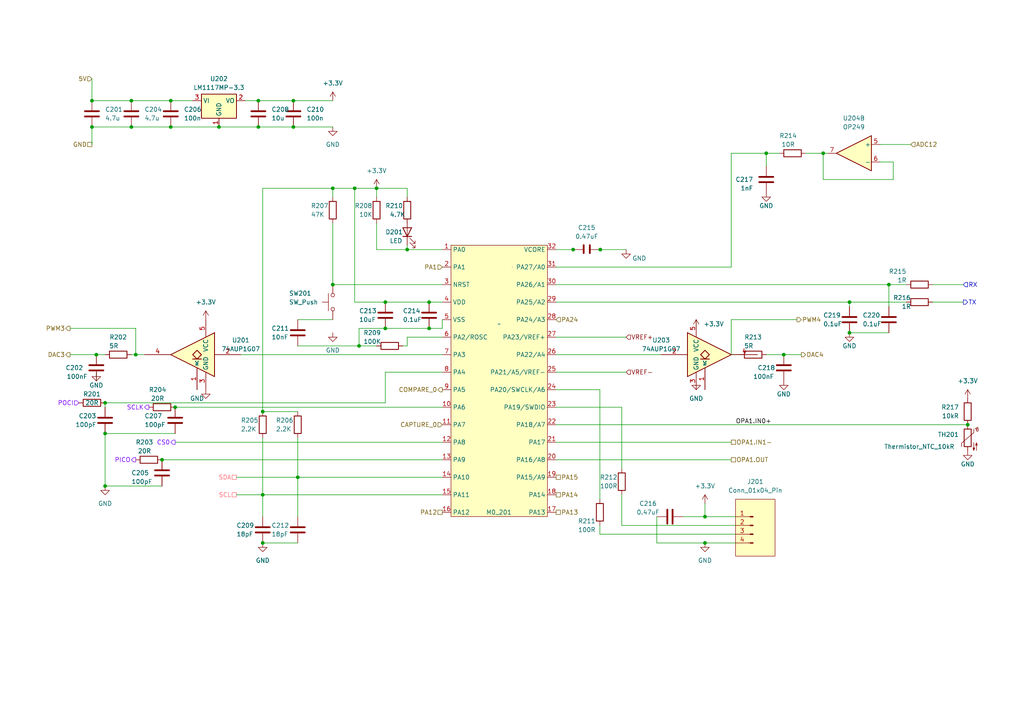
<source format=kicad_sch>
(kicad_sch (version 20230121) (generator eeschema)
  (paper "A4")
  (lib_symbols
    (symbol "00_Myself_Library:Conn_01x04_Pin" (pin_names (offset 1.016) hide)
      (property "Reference" "J201" (at 0.635 7.62 0))
      (property "Value" "Conn_01x04_Pin" (at 0.635 5.08 0))
      (symbol "Conn_01x04_Pin_1_1"
        (rectangle (start -6.35 7.62) (end 5.08 -8.89) (fill (type background)))
        (polyline (pts (xy 1.27 -5.08) (xy 0.8636 -5.08)) (stroke (width 0.1524)))
        (polyline (pts (xy 1.27 -2.54) (xy 0.8636 -2.54)) (stroke (width 0.1524)))
        (polyline (pts (xy 1.27 0) (xy 0.8636 0)) (stroke (width 0.1524)))
        (polyline (pts (xy 1.27 2.54) (xy 0.8636 2.54)) (stroke (width 0.1524)))
        (rectangle (start 0.8636 -4.953) (end 0 -5.207) (stroke (width 0.1524)) (fill (type outline)))
        (rectangle (start 0.8636 -2.413) (end 0 -2.667) (stroke (width 0.1524)) (fill (type outline)))
        (rectangle (start 0.8636 0.127) (end 0 -0.127) (stroke (width 0.1524)) (fill (type outline)))
        (rectangle (start 0.8636 2.667) (end 0 2.413) (stroke (width 0.1524)) (fill (type outline)))
        (pin passive line (at 5.08 2.54 180) (length 3.81) (name "Pin_1") (number "1"))
        (pin passive line (at 5.08 0 180) (length 3.81) (name "Pin_2") (number "2"))
        (pin passive line (at 5.08 -2.54 180) (length 3.81) (name "Pin_3") (number "3"))
        (pin passive line (at 5.08 -5.08 180) (length 3.81) (name "Pin_4") (number "4"))
      )
    )
    (symbol "74xGxx:74AUP1G07"
      (property "Reference" "U" (at -2.54 3.81 0))
      (property "Value" "74AUP1G07" (at 0 -3.81 0))
      (symbol "74AUP1G07_0_1"
        (polyline (pts (xy -3.81 -1.27) (xy -1.27 -1.27)) (stroke (width 0.254)) (fill (type background)))
        (polyline (pts (xy -7.62 6.35) (xy -7.62 -6.35) (xy 5.08 0) (xy -7.62 6.35)) (stroke (width 0.254)) (fill (type background)))
        (polyline (pts (xy -2.54 1.27) (xy -3.81 0) (xy -2.54 -1.27) (xy -1.27 0) (xy -2.54 1.27)) (stroke (width 0.254)) (fill (type background)))
      )
      (symbol "74AUP1G07_1_1"
        (pin free line (at -2.54 -10.16 90) (length 6.35) (name "NC") (number "1"))
        (pin input line (at -15.24 0 0) (length 7.62) (name "~") (number "2"))
        (pin power_in line (at -5.08 -10.16 90) (length 5.08) (name "GND") (number "3"))
        (pin open_collector line (at 12.7 0 180) (length 7.62) (name "~") (number "4"))
        (pin power_in line (at -5.08 10.16 270) (length 5.08) (name "VCC") (number "5"))
      )
    )
    (symbol "Amplifier_Operational:OP249" (pin_names (offset 0.127))
      (property "Reference" "U" (at 0 5.08 0))
      (property "Value" "OP249" (at 0 -5.08 0))
      (symbol "OP249_1_1"
        (polyline (pts (xy -5.08 5.08) (xy 5.08 0) (xy -5.08 -5.08) (xy -5.08 5.08)) (stroke (width 0.254)) (fill (type background)))
        (pin output line (at 7.62 0 180) (length 2.54) (name "~") (number "1"))
        (pin input line (at -7.62 -2.54 0) (length 2.54) (name "-") (number "2"))
        (pin input line (at -7.62 2.54 0) (length 2.54) (name "+") (number "3"))
      )
      (symbol "OP249_2_1"
        (polyline (pts (xy -5.08 5.08) (xy 5.08 0) (xy -5.08 -5.08) (xy -5.08 5.08)) (stroke (width 0.254)) (fill (type background)))
        (pin input line (at -7.62 2.54 0) (length 2.54) (name "+") (number "5"))
        (pin input line (at -7.62 -2.54 0) (length 2.54) (name "-") (number "6"))
        (pin output line (at 7.62 0 180) (length 2.54) (name "~") (number "7"))
      )
      (symbol "OP249_3_1"
        (pin power_in line (at -2.54 -7.62 90) (length 3.81) (name "V-") (number "4"))
        (pin power_in line (at -2.54 7.62 270) (length 3.81) (name "V+") (number "8"))
      )
    )
    (symbol "C_0805_0.47uF_1" (pin_numbers hide) (pin_names (offset 0.002) hide)
      (property "Reference" "C" (at -3.048 4.191 0))
      (property "Value" "0.47uF" (at -3.048 2.286 0))
      (symbol "C_0805_0.47uF_1_0_1"
        (polyline (pts (xy -0.889 -1.016) (xy -0.889 1.27)) (stroke (width 0.508)))
        (polyline (pts (xy 0.889 -1.016) (xy 0.889 1.27)) (stroke (width 0.508)))
      )
      (symbol "C_0805_0.47uF_1_1_1"
        (pin passive line (at -3.937 0 0) (length 2.794) (name "~") (number "1"))
        (pin passive line (at 3.937 0 180) (length 2.794) (name "~") (number "2"))
      )
    )
    (symbol "Device:C" (pin_numbers hide) (pin_names (offset 0.254))
      (property "Reference" "C" (at 0.635 2.54 0))
      (property "Value" "C" (at 0.635 -2.54 0))
      (symbol "C_0_1"
        (polyline (pts (xy -2.032 -0.762) (xy 2.032 -0.762)) (stroke (width 0.508)))
        (polyline (pts (xy -2.032 0.762) (xy 2.032 0.762)) (stroke (width 0.508)))
      )
      (symbol "C_1_1"
        (pin passive line (at 0 3.81 270) (length 2.794) (name "~") (number "1"))
        (pin passive line (at 0 -3.81 90) (length 2.794) (name "~") (number "2"))
      )
    )
    (symbol "Device:LED" (pin_numbers hide) (pin_names (offset 1.016) hide)
      (property "Reference" "D" (at 0 2.54 0))
      (property "Value" "LED" (at 0 -2.54 0))
      (symbol "LED_0_1"
        (polyline (pts (xy -1.27 -1.27) (xy -1.27 1.27)) (stroke (width 0.254)))
        (polyline (pts (xy -1.27 0) (xy 1.27 0)))
        (polyline (pts (xy 1.27 -1.27) (xy 1.27 1.27) (xy -1.27 0) (xy 1.27 -1.27)) (stroke (width 0.254)))
        (polyline (pts (xy -3.048 -0.762) (xy -4.572 -2.286) (xy -3.81 -2.286) (xy -4.572 -2.286) (xy -4.572 -1.524)))
        (polyline (pts (xy -1.778 -0.762) (xy -3.302 -2.286) (xy -2.54 -2.286) (xy -3.302 -2.286) (xy -3.302 -1.524)))
      )
      (symbol "LED_1_1"
        (pin passive line (at -3.81 0 0) (length 2.54) (name "K") (number "1"))
        (pin passive line (at 3.81 0 180) (length 2.54) (name "A") (number "2"))
      )
    )
    (symbol "Device:R" (pin_numbers hide) (pin_names (offset 0))
      (property "Reference" "R" (at 2.032 0 90))
      (property "Value" "R" (at 0 0 90))
      (symbol "R_0_1"
        (rectangle (start -1.016 -2.54) (end 1.016 2.54) (stroke (width 0.254)))
      )
      (symbol "R_1_1"
        (pin passive line (at 0 3.81 270) (length 1.27) (name "~") (number "1"))
        (pin passive line (at 0 -3.81 90) (length 1.27) (name "~") (number "2"))
      )
    )
    (symbol "Device:Thermistor_NTC" (pin_numbers hide) (pin_names (offset 0))
      (property "Reference" "TH" (at -4.445 0 90))
      (property "Value" "Thermistor_NTC" (at 3.175 0 90))
      (symbol "Thermistor_NTC_0_1"
        (arc (start -3.048 2.159) (mid -3.0495 2.3143) (end -3.175 2.413))
        (arc (start -3.048 2.159) (mid -2.9736 1.9794) (end -2.794 1.905))
        (arc (start -3.048 2.794) (mid -2.9736 2.6144) (end -2.794 2.54))
        (arc (start -2.794 1.905) (mid -2.6144 1.9794) (end -2.54 2.159))
        (arc (start -2.794 2.54) (mid -2.4393 2.5587) (end -2.159 2.794))
        (arc (start -2.794 3.048) (mid -2.9736 2.9736) (end -3.048 2.794))
        (arc (start -2.54 2.794) (mid -2.6144 2.9736) (end -2.794 3.048))
        (rectangle (start -1.016 2.54) (end 1.016 -2.54) (stroke (width 0.254)))
        (polyline (pts (xy -2.54 2.159) (xy -2.54 2.794)))
        (polyline (pts (xy -1.778 2.54) (xy -1.778 1.524) (xy 1.778 -1.524) (xy 1.778 -2.54)))
        (polyline (pts (xy -2.54 -3.683) (xy -2.54 -1.397) (xy -2.794 -2.159) (xy -2.286 -2.159) (xy -2.54 -1.397) (xy -2.54 -1.651)) (fill (type outline)))
        (polyline (pts (xy -1.778 -1.397) (xy -1.778 -3.683) (xy -2.032 -2.921) (xy -1.524 -2.921) (xy -1.778 -3.683) (xy -1.778 -3.429)) (fill (type outline)))
      )
      (symbol "Thermistor_NTC_1_1"
        (pin passive line (at 0 3.81 270) (length 1.27) (name "~") (number "1"))
        (pin passive line (at 0 -3.81 90) (length 1.27) (name "~") (number "2"))
      )
    )
    (symbol "Regulator_Linear:LM1117MP-3.3"
      (property "Reference" "U" (at -3.81 3.175 0))
      (property "Value" "LM1117MP-3.3" (at 0 3.175 0))
      (symbol "LM1117MP-3.3_0_1"
        (rectangle (start -5.08 -5.08) (end 5.08 1.905) (stroke (width 0.254)) (fill (type background)))
      )
      (symbol "LM1117MP-3.3_1_1"
        (pin power_in line (at 0 -7.62 90) (length 2.54) (name "GND") (number "1"))
        (pin power_out line (at 7.62 0 180) (length 2.54) (name "VO") (number "2"))
        (pin power_in line (at -7.62 0 0) (length 2.54) (name "VI") (number "3"))
      )
    )
    (symbol "Switch:SW_Push" (pin_numbers hide) (pin_names (offset 1.016) hide)
      (property "Reference" "SW" (at 1.27 2.54 0))
      (property "Value" "SW_Push" (at 0 -1.524 0))
      (symbol "SW_Push_0_1"
        (circle (center -2.032 0) (radius 0.508))
        (polyline (pts (xy 0 1.27) (xy 0 3.048)))
        (polyline (pts (xy 2.54 1.27) (xy -2.54 1.27)))
        (circle (center 2.032 0) (radius 0.508))
        (pin passive line (at -5.08 0 0) (length 2.54) (name "1") (number "1"))
        (pin passive line (at 5.08 0 180) (length 2.54) (name "2") (number "2"))
      )
    )
    (symbol "TI_M01306_1"
      (property "Reference" "M0_1306" (at -3.81 -54.61 0))
      (property "Value" "~" (at 0 0 0))
      (symbol "TI_M01306_1_0_1"
        (rectangle (start 3.81 16.51) (end 3.81 16.51))
      )
      (symbol "TI_M01306_1_1_1"
        (rectangle (start -13.97 22.86) (end 13.97 -55.88) (fill (type background)))
        (pin input line (at -16.51 21.59 0) (length 2.54) (name "PA0") (number "1"))
        (pin input line (at -16.51 -24.13 0) (length 2.54) (name "PA6") (number "10"))
        (pin input line (at -16.51 -29.21 0) (length 2.54) (name "PA7") (number "11"))
        (pin input line (at -16.51 -34.29 0) (length 2.54) (name "PA8") (number "12"))
        (pin input line (at -16.51 -39.37 0) (length 2.54) (name "PA9") (number "13"))
        (pin input line (at -16.51 -44.45 0) (length 2.54) (name "PA10") (number "14"))
        (pin input line (at -16.51 -49.53 0) (length 2.54) (name "PA11") (number "15"))
        (pin input line (at -16.51 -54.61 0) (length 2.54) (name "PA12") (number "16"))
        (pin input line (at 16.51 -54.61 180) (length 2.54) (name "PA13") (number "17"))
        (pin input line (at 16.51 -49.53 180) (length 2.54) (name "PA14") (number "18"))
        (pin input line (at 16.51 -44.45 180) (length 2.54) (name "PA15/A9") (number "19"))
        (pin input line (at -16.51 16.51 0) (length 2.54) (name "PA1") (number "2"))
        (pin input line (at 16.51 -39.37 180) (length 2.54) (name "PA16/A8") (number "20"))
        (pin input line (at 16.51 -34.29 180) (length 2.54) (name "PA17") (number "21"))
        (pin input line (at 16.51 -29.21 180) (length 2.54) (name "PA18/A7") (number "22"))
        (pin input line (at 16.51 -24.13 180) (length 2.54) (name "PA19/SWDIO") (number "23"))
        (pin input line (at 16.51 -19.05 180) (length 2.54) (name "PA20/SWCLK/A6") (number "24"))
        (pin input line (at 16.51 -13.97 180) (length 2.54) (name "PA21/A5/VREF-") (number "25"))
        (pin input line (at 16.51 -8.89 180) (length 2.54) (name "PA22/A4") (number "26"))
        (pin input line (at 16.51 -3.81 180) (length 2.54) (name "PA23/VREF+") (number "27"))
        (pin input line (at 16.51 1.27 180) (length 2.54) (name "PA24/A3") (number "28"))
        (pin input line (at 16.51 6.35 180) (length 2.54) (name "PA25/A2") (number "29"))
        (pin input line (at -16.51 11.43 0) (length 2.54) (name "NRST") (number "3"))
        (pin input line (at 16.51 11.43 180) (length 2.54) (name "PA26/A1") (number "30"))
        (pin input line (at 16.51 16.51 180) (length 2.54) (name "PA27/A0") (number "31"))
        (pin input line (at 16.51 21.59 180) (length 2.54) (name "VCORE") (number "32"))
        (pin input line (at -16.51 6.35 0) (length 2.54) (name "VDD") (number "4"))
        (pin input line (at -16.51 1.27 0) (length 2.54) (name "VSS") (number "5"))
        (pin input line (at -16.51 -3.81 0) (length 2.54) (name "PA2/ROSC") (number "6"))
        (pin input line (at -16.51 -8.89 0) (length 2.54) (name "PA3") (number "7"))
        (pin input line (at -16.51 -13.97 0) (length 2.54) (name "PA4") (number "8"))
        (pin input line (at -16.51 -19.05 0) (length 2.54) (name "PA5") (number "9"))
      )
    )
    (symbol "power:+3.3V" (power) (pin_names (offset 0))
      (property "Value" "+3.3V" (at 0 3.556 0))
      (symbol "+3.3V_0_1"
        (polyline (pts (xy -0.762 1.27) (xy 0 2.54)))
        (polyline (pts (xy 0 0) (xy 0 2.54)))
        (polyline (pts (xy 0 2.54) (xy 0.762 1.27)))
      )
      (symbol "+3.3V_1_1"
        (pin power_in line (at 0 0 90) (length 0) hide (name "+3.3V") (number "1"))
      )
    )
    (symbol "power:GND" (power) (pin_names (offset 0))
      (property "Value" "GND" (at 0 -3.81 0))
      (symbol "GND_0_1"
        (polyline (pts (xy 0 0) (xy 0 -1.27) (xy 1.27 -1.27) (xy 0 -2.54) (xy -1.27 -1.27) (xy 0 -1.27)))
      )
      (symbol "GND_1_1"
        (pin power_in line (at 0 0 270) (length 0) hide (name "GND") (number "1"))
      )
    )
  )
  (junction (at 86.36 138.43))
  (junction (at 96.52 82.55))
  (junction (at 257.81 82.55))
  (junction (at 74.93 36.83))
  (junction (at 204.47 157.48))
  (junction (at 111.76 87.63))
  (junction (at 222.25 44.45))
  (junction (at 174.117 72.39))
  (junction (at 111.76 95.25))
  (junction (at 49.53 29.21))
  (junction (at 85.09 29.21))
  (junction (at 50.8 118.11))
  (junction (at 27.94 102.87))
  (junction (at 30.48 116.84))
  (junction (at 26.67 36.83))
  (junction (at 39.37 102.87))
  (junction (at 63.5 36.83))
  (junction (at 30.48 140.97))
  (junction (at 227.33 102.87))
  (junction (at 124.46 95.25))
  (junction (at 96.52 54.61))
  (junction (at 246.38 96.52))
  (junction (at 238.76 44.45))
  (junction (at 85.09 36.83))
  (junction (at 76.2 157.48))
  (junction (at 109.22 54.61))
  (junction (at 166.243 72.39))
  (junction (at 76.2 143.51))
  (junction (at 74.93 29.21))
  (junction (at 102.87 54.61))
  (junction (at 26.67 29.21))
  (junction (at 246.38 87.63))
  (junction (at 49.53 36.83))
  (junction (at 30.48 125.73))
  (junction (at 46.99 133.35))
  (junction (at 38.1 29.21))
  (junction (at 124.46 87.63))
  (junction (at 118.11 72.39))
  (junction (at 38.1 36.83))
  (junction (at 204.47 149.86))
  (junction (at 280.67 123.19))
  (junction (at 76.2 119.38))
  (junction (at 104.14 100.33))
  (wire (pts (xy 86.36 127) (xy 86.36 138.43)))
  (wire (pts (xy 173.99 154.94) (xy 173.99 152.4)))
  (wire (pts (xy 161.29 128.27) (xy 212.09 128.27)))
  (wire (pts (xy 128.27 95.25) (xy 128.27 92.71)))
  (wire (pts (xy 161.29 113.03) (xy 173.99 113.03)))
  (wire (pts (xy 161.29 87.63) (xy 246.38 87.63)))
  (wire (pts (xy 27.94 110.49) (xy 27.94 107.95)))
  (wire (pts (xy 76.2 54.61) (xy 96.52 54.61)))
  (wire (pts (xy 173.99 154.94) (xy 213.36 154.94)))
  (wire (pts (xy 71.12 29.21) (xy 74.93 29.21)))
  (wire (pts (xy 76.2 143.51) (xy 68.58 143.51)))
  (wire (pts (xy 257.81 82.55) (xy 257.81 88.9)))
  (wire (pts (xy 255.27 46.99) (xy 259.08 46.99)))
  (wire (pts (xy 30.48 116.84) (xy 111.76 116.84)))
  (wire (pts (xy 68.58 138.43) (xy 86.36 138.43)))
  (wire (pts (xy 190.5 149.86) (xy 190.5 157.48)))
  (wire (pts (xy 86.36 149.86) (xy 86.36 138.43)))
  (wire (pts (xy 212.09 77.47) (xy 161.29 77.47)))
  (wire (pts (xy 46.99 133.35) (xy 128.27 133.35)))
  (wire (pts (xy 173.99 144.78) (xy 173.99 113.03)))
  (wire (pts (xy 270.51 82.55) (xy 279.4 82.55)))
  (wire (pts (xy 204.47 157.48) (xy 213.36 157.48)))
  (wire (pts (xy 212.09 92.71) (xy 212.09 102.87)))
  (wire (pts (xy 86.36 92.71) (xy 96.52 92.71)))
  (wire (pts (xy 212.09 44.45) (xy 222.25 44.45)))
  (wire (pts (xy 96.52 54.61) (xy 96.52 57.15)))
  (wire (pts (xy 180.34 152.4) (xy 180.34 143.51)))
  (wire (pts (xy 116.84 100.33) (xy 118.11 100.33)))
  (wire (pts (xy 181.61 97.79) (xy 161.29 97.79)))
  (wire (pts (xy 109.22 100.33) (xy 104.14 100.33)))
  (wire (pts (xy 96.52 82.55) (xy 128.27 82.55)))
  (wire (pts (xy 174.117 72.39) (xy 181.61 72.39)))
  (wire (pts (xy 26.67 36.83) (xy 26.67 41.91)))
  (wire (pts (xy 190.5 157.48) (xy 204.47 157.48)))
  (wire (pts (xy 26.67 29.21) (xy 38.1 29.21)))
  (wire (pts (xy 204.47 146.05) (xy 204.47 149.86)))
  (wire (pts (xy 279.4 87.63) (xy 270.51 87.63)))
  (wire (pts (xy 222.25 48.26) (xy 222.25 44.45)))
  (wire (pts (xy 109.22 54.61) (xy 109.22 57.15)))
  (wire (pts (xy 222.25 102.87) (xy 227.33 102.87)))
  (wire (pts (xy 212.09 44.45) (xy 212.09 77.47)))
  (wire (pts (xy 246.38 88.9) (xy 246.38 87.63)))
  (wire (pts (xy 102.87 54.61) (xy 109.22 54.61)))
  (wire (pts (xy 39.37 95.25) (xy 39.37 102.87)))
  (wire (pts (xy 233.68 44.45) (xy 238.76 44.45)))
  (wire (pts (xy 118.11 64.77) (xy 118.11 63.5)))
  (wire (pts (xy 86.36 138.43) (xy 128.27 138.43)))
  (wire (pts (xy 74.93 36.83) (xy 85.09 36.83)))
  (wire (pts (xy 30.48 118.11) (xy 30.48 116.84)))
  (wire (pts (xy 128.27 95.25) (xy 124.46 95.25)))
  (wire (pts (xy 161.29 72.39) (xy 166.243 72.39)))
  (wire (pts (xy 20.32 102.87) (xy 27.94 102.87)))
  (wire (pts (xy 166.243 72.39) (xy 166.37 72.39)))
  (wire (pts (xy 30.48 140.97) (xy 30.48 125.73)))
  (wire (pts (xy 26.67 22.86) (xy 26.67 29.21)))
  (wire (pts (xy 111.76 95.25) (xy 104.14 95.25)))
  (wire (pts (xy 26.67 36.83) (xy 38.1 36.83)))
  (wire (pts (xy 109.22 72.39) (xy 118.11 72.39)))
  (wire (pts (xy 76.2 149.86) (xy 76.2 143.51)))
  (wire (pts (xy 96.52 54.61) (xy 102.87 54.61)))
  (wire (pts (xy 181.61 107.95) (xy 161.29 107.95)))
  (wire (pts (xy 38.1 29.21) (xy 49.53 29.21)))
  (wire (pts (xy 63.5 36.83) (xy 74.93 36.83)))
  (wire (pts (xy 96.52 64.77) (xy 96.52 82.55)))
  (wire (pts (xy 76.2 143.51) (xy 128.27 143.51)))
  (wire (pts (xy 161.29 123.19) (xy 280.67 123.19)))
  (wire (pts (xy 257.81 82.55) (xy 262.89 82.55)))
  (wire (pts (xy 111.76 95.25) (xy 124.46 95.25)))
  (wire (pts (xy 76.2 157.48) (xy 86.36 157.48)))
  (wire (pts (xy 85.09 29.21) (xy 96.52 29.21)))
  (wire (pts (xy 161.29 102.87) (xy 191.77 102.87)))
  (wire (pts (xy 30.48 125.73) (xy 50.8 125.73)))
  (wire (pts (xy 259.08 46.99) (xy 259.08 52.07)))
  (wire (pts (xy 238.76 52.07) (xy 238.76 44.45)))
  (wire (pts (xy 30.48 140.97) (xy 46.99 140.97)))
  (wire (pts (xy 38.1 36.83) (xy 49.53 36.83)))
  (wire (pts (xy 111.76 116.84) (xy 111.76 107.95)))
  (wire (pts (xy 198.12 149.86) (xy 204.47 149.86)))
  (wire (pts (xy 227.33 102.87) (xy 232.41 102.87)))
  (wire (pts (xy 109.22 54.61) (xy 118.11 54.61)))
  (wire (pts (xy 86.36 100.33) (xy 104.14 100.33)))
  (wire (pts (xy 111.76 87.63) (xy 102.87 87.63)))
  (wire (pts (xy 39.37 102.87) (xy 41.91 102.87)))
  (wire (pts (xy 180.34 152.4) (xy 213.36 152.4)))
  (wire (pts (xy 204.47 149.86) (xy 213.36 149.86)))
  (wire (pts (xy 50.8 128.27) (xy 128.27 128.27)))
  (wire (pts (xy 76.2 54.61) (xy 76.2 119.38)))
  (wire (pts (xy 111.76 107.95) (xy 128.27 107.95)))
  (wire (pts (xy 118.11 72.39) (xy 128.27 72.39)))
  (wire (pts (xy 180.34 135.89) (xy 180.34 118.11)))
  (wire (pts (xy 39.37 95.25) (xy 20.32 95.25)))
  (wire (pts (xy 49.53 36.83) (xy 63.5 36.83)))
  (wire (pts (xy 49.53 29.21) (xy 55.88 29.21)))
  (wire (pts (xy 238.76 44.45) (xy 240.03 44.45)))
  (wire (pts (xy 262.89 87.63) (xy 246.38 87.63)))
  (wire (pts (xy 255.27 41.91) (xy 264.16 41.91)))
  (wire (pts (xy 104.14 95.25) (xy 104.14 100.33)))
  (wire (pts (xy 118.11 54.61) (xy 118.11 57.15)))
  (wire (pts (xy 85.09 36.83) (xy 96.52 36.83)))
  (wire (pts (xy 161.29 82.55) (xy 257.81 82.55)))
  (wire (pts (xy 76.2 127) (xy 76.2 143.51)))
  (wire (pts (xy 118.11 100.33) (xy 118.11 97.79)))
  (wire (pts (xy 128.27 102.87) (xy 69.85 102.87)))
  (wire (pts (xy 118.11 71.12) (xy 118.11 72.39)))
  (wire (pts (xy 259.08 52.07) (xy 238.76 52.07)))
  (wire (pts (xy 246.38 96.52) (xy 257.81 96.52)))
  (wire (pts (xy 111.76 87.63) (xy 124.46 87.63)))
  (wire (pts (xy 161.29 118.11) (xy 180.34 118.11)))
  (wire (pts (xy 38.1 102.87) (xy 39.37 102.87)))
  (wire (pts (xy 222.25 44.45) (xy 226.06 44.45)))
  (wire (pts (xy 173.99 72.39) (xy 174.117 72.39)))
  (wire (pts (xy 124.46 87.63) (xy 128.27 87.63)))
  (wire (pts (xy 109.22 64.77) (xy 109.22 72.39)))
  (wire (pts (xy 118.11 97.79) (xy 128.27 97.79)))
  (wire (pts (xy 76.2 119.38) (xy 86.36 119.38)))
  (wire (pts (xy 161.29 133.35) (xy 212.09 133.35)))
  (wire (pts (xy 74.93 29.21) (xy 85.09 29.21)))
  (wire (pts (xy 27.94 102.87) (xy 30.48 102.87)))
  (wire (pts (xy 102.87 54.61) (xy 102.87 87.63)))
  (wire (pts (xy 212.09 102.87) (xy 214.63 102.87)))
  (wire (pts (xy 50.8 118.11) (xy 128.27 118.11)))
  (wire (pts (xy 212.09 92.71) (xy 231.14 92.71)))
  (label "OPA1.IN0+" (at 213.36 123.19 0))
  (hierarchical_label "PWM3" (shape output) (at 20.32 95.25 180))
  (hierarchical_label "SCL" (shape passive) (at 68.58 143.51 180))
  (hierarchical_label "PA13" (shape passive) (at 161.29 148.59 0))
  (hierarchical_label "DAC3" (shape output) (at 20.32 102.87 180))
  (hierarchical_label "CS0" (shape output) (at 50.8 128.27 180))
  (hierarchical_label "PA15" (shape passive) (at 161.29 138.43 0))
  (hierarchical_label "5V" (shape input) (at 26.67 22.86 180))
  (hierarchical_label "PWM4" (shape output) (at 231.14 92.71 0))
  (hierarchical_label "CAPTURE_0" (shape input) (at 128.27 123.19 180))
  (hierarchical_label "SDA" (shape passive) (at 68.58 138.43 180))
  (hierarchical_label "PA12" (shape passive) (at 128.27 148.59 180))
  (hierarchical_label "ADC12" (shape input) (at 264.16 41.91 0))
  (hierarchical_label "PICO" (shape output) (at 39.37 133.35 180))
  (hierarchical_label "VREF-" (shape input) (at 181.61 107.95 0))
  (hierarchical_label "POCI" (shape input) (at 22.86 116.84 180))
  (hierarchical_label "VREF+" (shape input) (at 181.61 97.79 0))
  (hierarchical_label "PA1" (shape input) (at 128.27 77.47 180))
  (hierarchical_label "TX" (shape output) (at 279.4 87.63 0))
  (hierarchical_label "GND" (shape passive) (at 26.67 41.91 180))
  (hierarchical_label "OPA1.OUT" (shape passive) (at 212.09 133.35 0))
  (hierarchical_label "OPA1.IN1-" (shape passive) (at 212.09 128.27 0))
  (hierarchical_label "DAC4" (shape output) (at 232.41 102.87 0))
  (hierarchical_label "COMPARE_0" (shape output) (at 128.27 113.03 180))
  (hierarchical_label "RX" (shape input) (at 279.4 82.55 0))
  (hierarchical_label "PA14" (shape passive) (at 161.29 143.51 0))
  (hierarchical_label "SCLK" (shape output) (at 43.18 118.11 180))
  (hierarchical_label "PA24" (shape input) (at 161.29 92.71 0))
  (symbol (lib_id "power:+3.3V") (at 59.69 92.71 0) (unit 1)
    (property "Reference" "#PWR0203" (effects hide))
    (property "Value" "+3.3V" (at 59.69 87.63 0))
  )
  (symbol (lib_id "Device:C") (at 111.76 91.44 0) (unit 1)
    (property "Reference" "C213" (at 104.14 90.17 0) (effects (justify left)))
    (property "Value" "10uF" (at 104.14 92.71 0) (effects (justify left)))
  )
  (symbol (lib_id "power:GND") (at 30.48 140.97 0) (mirror y) (unit 1)
    (property "Reference" "#PWR0202" (effects hide))
    (property "Value" "GND" (at 30.48 146.05 0))
  )
  (symbol (lib_id "power:GND") (at 201.93 110.49 0) (mirror y) (unit 1)
    (property "Reference" "#PWR0212" (effects hide))
    (property "Value" "GND" (at 201.93 115.57 0))
  )
  (symbol (lib_id "power:GND") (at 96.52 96.52 0) (unit 1)
    (property "Reference" "#PWR0208" (effects hide))
    (property "Value" "GND" (at 96.52 101.6 0))
  )
  (symbol (lib_id "power:+3.3V") (at 280.67 115.57 0) (mirror y) (unit 1)
    (property "Reference" "#PWR0218" (effects hide))
    (property "Value" "+3.3V" (at 280.67 110.49 0))
  )
  (symbol (lib_id "Device:C") (at 85.09 33.02 0) (unit 1)
    (property "Reference" "C210" (at 88.9 31.75 0) (effects (justify left)))
    (property "Value" "100n" (at 88.9 34.29 0) (effects (justify left)))
  )
  (symbol (lib_id "Device:R") (at 113.03 100.33 90) (unit 1)
    (property "Reference" "R209" (at 107.95 96.52 90))
    (property "Value" "100K" (at 107.95 99.06 90))
  )
  (symbol (lib_id "Device:R") (at 229.87 44.45 270) (unit 1)
    (property "Reference" "R214" (at 228.6 39.37 90))
    (property "Value" "10R" (at 228.6 41.91 90))
  )
  (symbol (lib_id "Device:LED") (at 118.11 67.31 90) (unit 1)
    (property "Reference" "D201" (at 111.76 67.31 90) (effects (justify right)))
    (property "Value" "LED" (at 113.03 69.85 90) (effects (justify right)))
  )
  (symbol (lib_id "Device:R") (at 266.7 82.55 270) (unit 1)
    (property "Reference" "R215" (at 260.35 78.74 90))
    (property "Value" "1R" (at 261.62 81.28 90))
  )
  (symbol (lib_id "power:+3.3V") (at 96.52 29.21 0) (unit 1)
    (property "Reference" "#PWR0206" (effects hide))
    (property "Value" "+3.3V" (at 96.52 24.13 0))
  )
  (symbol (lib_id "power:GND") (at 181.61 72.39 0) (unit 1)
    (property "Reference" "#PWR0210" (effects hide))
    (property "Value" "GND" (at 185.42 74.93 0))
  )
  (symbol (lib_id "Device:C") (at 49.53 33.02 0) (unit 1)
    (property "Reference" "C206" (at 53.34 31.75 0) (effects (justify left)))
    (property "Value" "100n" (at 53.34 34.29 0) (effects (justify left)))
  )
  (symbol (lib_name "TI_M01306_1") (lib_id "New_Library_0:TI_M01306") (at 144.78 93.98 0) (unit 1)
    (property "Reference" "M0_201" (at 140.97 148.59 0) (effects (justify left)))
    (property "Value" "~" (at 144.78 93.98 0))
  )
  (symbol (lib_id "Device:R") (at 109.22 60.96 0) (unit 1)
    (property "Reference" "R208" (at 102.87 59.69 0) (effects (justify left)))
    (property "Value" "10K" (at 104.14 62.23 0) (effects (justify left)))
  )
  (symbol (lib_id "power:GND") (at 27.94 107.95 0) (unit 1)
    (property "Reference" "#PWR0201" (effects hide))
    (property "Value" "GND" (at 27.94 111.76 0))
  )
  (symbol (lib_id "Device:R") (at 218.44 102.87 90) (mirror x) (unit 1)
    (property "Reference" "R213" (at 218.44 97.79 90))
    (property "Value" "5R" (at 217.17 100.33 90))
  )
  (symbol (lib_id "power:GND") (at 76.2 157.48 0) (unit 1)
    (property "Reference" "#PWR0205" (effects hide))
    (property "Value" "GND" (at 76.2 162.56 0))
  )
  (symbol (lib_id "Device:C") (at 26.67 33.02 0) (unit 1)
    (property "Reference" "C201" (at 30.48 31.75 0) (effects (justify left)))
    (property "Value" "4.7u" (at 30.48 34.29 0) (effects (justify left)))
  )
  (symbol (lib_id "Switch:SW_Push") (at 96.52 87.63 90) (unit 1)
    (property "Reference" "SW201" (at 83.82 85.09 90) (effects (justify right)))
    (property "Value" "SW_Push" (at 83.82 87.63 90) (effects (justify right)))
  )
  (symbol (lib_id "Device:R") (at 34.29 102.87 270) (unit 1)
    (property "Reference" "R202" (at 34.29 97.79 90))
    (property "Value" "5R" (at 33.02 100.33 90))
  )
  (symbol (lib_id "power:GND") (at 204.47 157.48 0) (unit 1)
    (property "Reference" "#PWR0214" (effects hide))
    (property "Value" "GND" (at 204.47 162.56 0))
  )
  (symbol (lib_id "power:GND") (at 246.38 96.52 0) (unit 1)
    (property "Reference" "#PWR0217" (effects hide))
    (property "Value" "GND" (at 246.38 100.33 0))
  )
  (symbol (lib_id "Device:R") (at 173.99 148.59 0) (unit 1)
    (property "Reference" "R211" (at 167.64 151.13 0) (effects (justify left)))
    (property "Value" "100R" (at 167.64 153.67 0) (effects (justify left)))
  )
  (symbol (lib_id "Device:R") (at 266.7 87.63 270) (unit 1)
    (property "Reference" "R216" (at 261.62 86.36 90))
    (property "Value" "1R" (at 262.89 88.9 90))
  )
  (symbol (lib_id "Device:C") (at 27.94 106.68 180) (unit 1)
    (property "Reference" "C202" (at 24.13 106.68 0) (effects (justify left)))
    (property "Value" "100nF" (at 25.4 109.22 0) (effects (justify left)))
  )
  (symbol (lib_id "Device:C") (at 227.33 106.68 0) (mirror x) (unit 1)
    (property "Reference" "C218" (at 219.71 106.68 0) (effects (justify left)))
    (property "Value" "100nF" (at 218.44 109.22 0) (effects (justify left)))
  )
  (symbol (lib_id "power:GND") (at 59.69 113.03 0) (unit 1)
    (property "Reference" "#PWR0204" (effects hide))
    (property "Value" "GND" (at 57.15 115.57 0))
  )
  (symbol (lib_id "Device:R") (at 280.67 119.38 0) (mirror y) (unit 1)
    (property "Reference" "R217" (at 278.13 118.11 0) (effects (justify left)))
    (property "Value" "10kR" (at 278.13 120.65 0) (effects (justify left)))
  )
  (symbol (lib_id "Device:C") (at 74.93 33.02 0) (unit 1)
    (property "Reference" "C208" (at 78.74 31.75 0) (effects (justify left)))
    (property "Value" "10u" (at 78.74 34.29 0) (effects (justify left)))
  )
  (symbol (lib_id "Device:C") (at 257.81 92.71 0) (unit 1)
    (property "Reference" "C220" (at 250.19 91.44 0) (effects (justify left)))
    (property "Value" "0.1uF" (at 250.19 93.98 0) (effects (justify left)))
  )
  (symbol (lib_id "74xGxx:74AUP1G07") (at 54.61 102.87 0) (mirror y) (unit 1)
    (property "Reference" "U201" (at 69.85 98.6791 0))
    (property "Value" "74AUP1G07" (at 69.85 101.2191 0))
    (property "Datasheet" "https://www.ti.com/lit/ds/symlink/sn74aup1g07" (effects hide))
  )
  (symbol (lib_id "power:+3.3V") (at 201.93 95.25 0) (mirror y) (unit 1)
    (property "Reference" "#PWR0211" (effects hide))
    (property "Value" "+3.3V" (at 207.01 93.98 0))
  )
  (symbol (lib_id "Device:C") (at 76.2 153.67 0) (unit 1)
    (property "Reference" "C209" (at 68.58 152.4 0) (effects (justify left)))
    (property "Value" "18pF" (at 68.58 154.94 0) (effects (justify left)))
  )
  (symbol (lib_id "Device:C") (at 86.36 96.52 0) (unit 1)
    (property "Reference" "C211" (at 78.74 95.25 0) (effects (justify left)))
    (property "Value" "10nF" (at 78.74 97.79 0) (effects (justify left)))
  )
  (symbol (lib_id "Device:R") (at 180.34 139.7 0) (unit 1)
    (property "Reference" "R212" (at 173.99 138.43 0) (effects (justify left)))
    (property "Value" "100R" (at 173.99 140.97 0) (effects (justify left)))
  )
  (symbol (lib_id "Device:C") (at 50.8 121.92 0) (unit 1)
    (property "Reference" "C207" (at 41.91 120.65 0) (effects (justify left)))
    (property "Value" "100pF" (at 41.91 123.19 0) (effects (justify left)))
  )
  (symbol (lib_id "00_Myself_Library:Conn_01x04_Pin") (at 218.44 152.4 0) (mirror y) (unit 1)
    (property "Reference" "J201" (at 219.075 139.7 0))
    (property "Value" "Conn_01x04_Pin" (at 219.075 142.24 0))
  )
  (symbol (lib_id "Device:Thermistor_NTC") (at 280.67 127 0) (mirror y) (unit 1)
    (property "Reference" "TH201" (at 278.13 126.0475 0) (effects (justify left)))
    (property "Value" "Thermistor_NTC_10kR" (at 276.86 129.54 0) (effects (justify left)))
  )
  (symbol (lib_id "Device:R") (at 118.11 60.96 0) (unit 1)
    (property "Reference" "R210" (at 111.76 59.69 0) (effects (justify left)))
    (property "Value" "4.7K" (at 113.03 62.23 0) (effects (justify left)))
  )
  (symbol (lib_id "Device:R") (at 76.2 123.19 0) (unit 1)
    (property "Reference" "R205" (at 69.85 121.92 0) (effects (justify left)))
    (property "Value" "2.2K" (at 69.85 124.46 0) (effects (justify left)))
  )
  (symbol (lib_id "power:+3.3V") (at 204.47 146.05 0) (unit 1)
    (property "Reference" "#PWR0213" (effects hide))
    (property "Value" "+3.3V" (at 204.47 140.97 0))
  )
  (symbol (lib_id "Device:C") (at 124.46 91.44 0) (unit 1)
    (property "Reference" "C214" (at 116.84 90.17 0) (effects (justify left)))
    (property "Value" "0.1uF" (at 116.84 92.71 0) (effects (justify left)))
  )
  (symbol (lib_id "Device:R") (at 96.52 60.96 0) (unit 1)
    (property "Reference" "R207" (at 90.17 59.69 0) (effects (justify left)))
    (property "Value" "47K" (at 90.17 62.23 0) (effects (justify left)))
  )
  (symbol (lib_id "Device:C") (at 38.1 33.02 0) (unit 1)
    (property "Reference" "C204" (at 41.91 31.75 0) (effects (justify left)))
    (property "Value" "4.7u" (at 41.91 34.29 0) (effects (justify left)))
  )
  (symbol (lib_id "Regulator_Linear:LM1117MP-3.3") (at 63.5 29.21 0) (unit 1)
    (property "Reference" "U202" (at 63.5 22.86 0))
    (property "Value" "LM1117MP-3.3" (at 63.5 25.4 0))
    (property "Footprint" "Package_TO_SOT_SMD:SOT-223-3_TabPin2" (effects hide))
    (property "Datasheet" "http://www.ti.com/lit/ds/symlink/lm1117.pdf" (effects hide))
  )
  (symbol (lib_id "Device:R") (at 86.36 123.19 0) (unit 1)
    (property "Reference" "R206" (at 80.01 121.92 0) (effects (justify left)))
    (property "Value" "2.2K" (at 80.01 124.46 0) (effects (justify left)))
  )
  (symbol (lib_id "Device:C") (at 30.48 121.92 0) (mirror y) (unit 1)
    (property "Reference" "C203" (at 27.94 120.65 0) (effects (justify left)))
    (property "Value" "100pF" (at 27.94 123.19 0) (effects (justify left)))
  )
  (symbol (lib_id "Device:C") (at 46.99 137.16 0) (unit 1)
    (property "Reference" "C205" (at 38.1 137.16 0) (effects (justify left)))
    (property "Value" "100pF" (at 38.1 139.7 0) (effects (justify left)))
  )
  (symbol (lib_id "Device:C") (at 86.36 153.67 0) (unit 1)
    (property "Reference" "C212" (at 78.74 152.4 0) (effects (justify left)))
    (property "Value" "18pF" (at 78.74 154.94 0) (effects (justify left)))
  )
  (symbol (lib_id "power:GND") (at 280.67 130.81 0) (mirror y) (unit 1)
    (property "Reference" "#PWR0219" (effects hide))
    (property "Value" "GND" (at 280.67 134.62 0))
  )
  (symbol (lib_id "Device:C") (at 222.25 52.07 180) (unit 1)
    (property "Reference" "C217" (at 218.44 52.07 0) (effects (justify left)))
    (property "Value" "1nF" (at 218.44 54.61 0) (effects (justify left)))
  )
  (symbol (lib_id "power:GND") (at 96.52 36.83 0) (unit 1)
    (property "Reference" "#PWR0207" (effects hide))
    (property "Value" "GND" (at 96.52 41.91 0))
  )
  (symbol (lib_id "Device:R") (at 43.18 133.35 270) (unit 1)
    (property "Reference" "R203" (at 41.91 128.27 90))
    (property "Value" "20R" (at 41.91 130.81 90))
  )
  (symbol (lib_id "74xGxx:74AUP1G07") (at 207.01 102.87 0) (unit 1)
    (property "Reference" "U203" (at 191.77 98.6791 0))
    (property "Value" "74AUP1G07" (at 191.77 101.2191 0))
    (property "Datasheet" "https://www.ti.com/lit/ds/symlink/sn74aup1g07" (effects hide))
  )
  (symbol (lib_id "Amplifier_Operational:OP249") (at 247.65 44.45 0) (mirror y) (unit 2)
    (property "Reference" "U204" (at 247.65 34.29 0))
    (property "Value" "OP249" (at 247.65 36.83 0))
    (property "Datasheet" "https://www.analog.com/media/en/technical-documentation/data-sheets/OP249.pdf" (effects hide))
  )
  (symbol (lib_id "Device:R") (at 46.99 118.11 270) (unit 1)
    (property "Reference" "R204" (at 45.72 113.03 90))
    (property "Value" "20R" (at 45.72 115.57 90))
  )
  (symbol (lib_id "Device:C") (at 246.38 92.71 0) (unit 1)
    (property "Reference" "C219" (at 238.76 91.44 0) (effects (justify left)))
    (property "Value" "0.1uF" (at 238.76 93.98 0) (effects (justify left)))
  )
  (symbol (lib_id "Device:R") (at 26.67 116.84 90) (mirror x) (unit 1)
    (property "Reference" "R201" (at 26.67 114.3 90))
    (property "Value" "20R" (at 26.67 116.84 90))
  )
  (symbol (lib_id "Device:C") (at 194.31 149.86 270) (unit 1)
    (property "Reference" "C216" (at 187.96 146.05 90))
    (property "Value" "0.47uF" (at 187.96 148.59 90))
  )
  (symbol (lib_id "power:GND") (at 227.33 110.49 0) (mirror y) (unit 1)
    (property "Reference" "#PWR0216" (effects hide))
    (property "Value" "GND" (at 227.33 114.3 0))
  )
  (symbol (lib_name "C_0805_0.47uF_1") (lib_id "00_Myself_Library:C_0805_0.47uF") (at 170.18 72.39 0) (unit 1)
    (property "Reference" "C215" (at 170.18 66.04 0))
    (property "Value" "0.47uF" (at 170.18 68.58 0))
    (property "Footprint" "Capacitor_SMD:C_0805_2012Metric_Pad1.18x1.45mm_HandSolder" (effects hide))
    (property "PartNumber" "22M1-2B474K01" (effects hide))
  )
  (symbol (lib_id "power:GND") (at 222.25 55.88 0) (unit 1)
    (property "Reference" "#PWR0215" (effects hide))
    (property "Value" "GND" (at 222.25 59.69 0))
  )
  (symbol (lib_id "power:+3.3V") (at 109.22 54.61 0) (unit 1)
    (property "Reference" "#PWR0209" (effects hide))
    (property "Value" "+3.3V" (at 109.22 49.53 0))
  )
)
</source>
